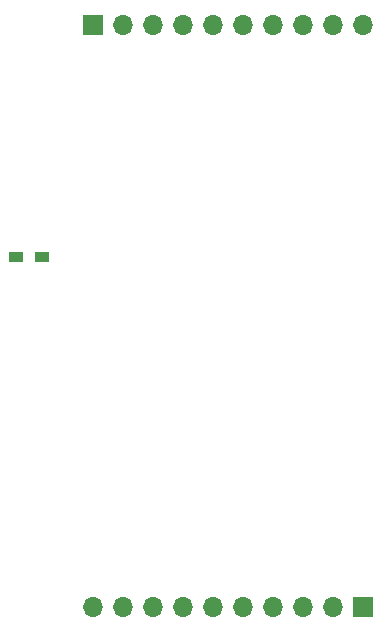
<source format=gbs>
G04 #@! TF.GenerationSoftware,KiCad,Pcbnew,(6.0.1-0)*
G04 #@! TF.CreationDate,2022-03-09T19:17:37+09:00*
G04 #@! TF.ProjectId,photo-single,70686f74-6f2d-4736-996e-676c652e6b69,rev?*
G04 #@! TF.SameCoordinates,Original*
G04 #@! TF.FileFunction,Soldermask,Bot*
G04 #@! TF.FilePolarity,Negative*
%FSLAX46Y46*%
G04 Gerber Fmt 4.6, Leading zero omitted, Abs format (unit mm)*
G04 Created by KiCad (PCBNEW (6.0.1-0)) date 2022-03-09 19:17:37*
%MOMM*%
%LPD*%
G01*
G04 APERTURE LIST*
%ADD10R,1.700000X1.700000*%
%ADD11O,1.700000X1.700000*%
%ADD12R,1.200000X0.900000*%
G04 APERTURE END LIST*
D10*
X180905000Y-75372000D03*
D11*
X183445000Y-75372000D03*
X185985000Y-75372000D03*
X188525000Y-75372000D03*
X191065000Y-75372000D03*
X193605000Y-75372000D03*
X196145000Y-75372000D03*
X198685000Y-75372000D03*
X201225000Y-75372000D03*
X203765000Y-75372000D03*
D10*
X203765000Y-124628000D03*
D11*
X201225000Y-124628000D03*
X198685000Y-124628000D03*
X196145000Y-124628000D03*
X193605000Y-124628000D03*
X191065000Y-124628000D03*
X188525000Y-124628000D03*
X185985000Y-124628000D03*
X183445000Y-124628000D03*
X180905000Y-124628000D03*
D12*
X174400000Y-95000000D03*
X176600000Y-95000000D03*
M02*

</source>
